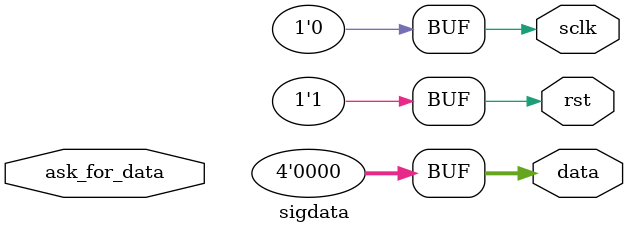
<source format=v>
`timescale 1ns/1ns
`define halfperiod 50
module sigdata(rst,sclk,data,ask_for_data);
output rst;
output [3:0] data;
output sclk;
input ask_for_data;
reg rst,sclk;

initial begin
    rst=1;
    #10 rst=0;
    #(`halfperiod*2+3) rst=1;
end
initial begin
    sclk=0;
    data=0;
    
end
endmodule

</source>
